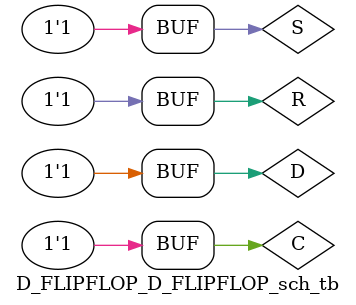
<source format=v>

`timescale 1ns / 1ps

module D_FLIPFLOP_D_FLIPFLOP_sch_tb();

// Inputs
   reg D;
   reg R;
   reg S;
   reg C;

// Output
   wire Q;
   wire Qn;

// Bidirs

// Instantiate the UUT
   D_FLIPFLOP UUT (
		.D(D), 
		.R(R), 
		.Q(Q), 
		.Qn(Qn), 
		.S(S), 
		.C(C)
   );
// Initialize Inputs
initial begin
		R=1; S=0;
		D=0;#100;
		D=1;#100;
		
		R=0; S=1;
		D=0;#100;
		D=1;#100;
		
		R=1; S=1;
		D=0;#100;
		D=1;#100;
end

always begin
		C=0;#50;
		C=1;#50;
end
endmodule

</source>
